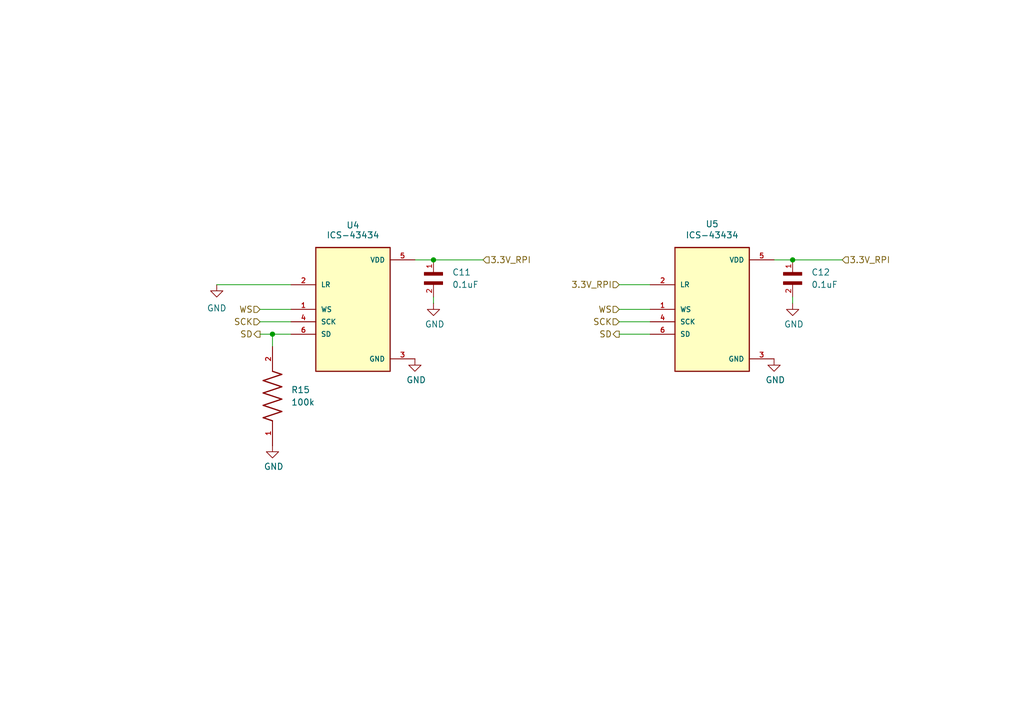
<source format=kicad_sch>
(kicad_sch (version 20250114) (generator "eeschema") (generator_version "9.0")
  (paper "A5")
  (title_block (title "Micrófonos"))
  (lib_symbols
    (symbol "0603WAJ0104T5E:0603WAJ0104T5E" (pin_names (offset 1.016))
      (property "Reference" "R" (at -5.08 2.54 0))
      (property "Value" "0603WAJ0104T5E" (at -5.08 -3.81 0))
      (symbol "0603WAJ0104T5E_0_0"
        (polyline (pts (xy -5.08 0) (xy -4.445 1.905)) (stroke (width 0.254)))
        (polyline (pts (xy -4.445 1.905) (xy -3.175 -1.905)) (stroke (width 0.254)))
        (polyline (pts (xy -3.175 -1.905) (xy -1.905 1.905)) (stroke (width 0.254)))
        (polyline (pts (xy -1.905 1.905) (xy -0.635 -1.905)) (stroke (width 0.254)))
        (polyline (pts (xy -0.635 -1.905) (xy 0.635 1.905)) (stroke (width 0.254)))
        (polyline (pts (xy 0.635 1.905) (xy 1.905 -1.905)) (stroke (width 0.254)))
        (polyline (pts (xy 1.905 -1.905) (xy 3.175 1.905)) (stroke (width 0.254)))
        (polyline (pts (xy 3.175 1.905) (xy 4.445 -1.905)) (stroke (width 0.254)))
        (polyline (pts (xy 4.445 -1.905) (xy 5.08 0)) (stroke (width 0.254)))
        (pin passive line (at -10.16 0 0) (length 5.08) (name "~") (number "1"))
        (pin passive line (at 10.16 0 180) (length 5.08) (name "~") (number "2"))
      )
    )
    (symbol "CL05B104KO5NNNC:CL05B104KO5NNNC" (pin_names (offset 1.016))
      (property "Reference" "C" (at 0 3.8109 0))
      (property "Value" "CL05B104KO5NNNC" (at 0 -5.0885 0))
      (symbol "CL05B104KO5NNNC_0_0"
        (rectangle (start 0 -1.9069) (end 0.635 1.905) (stroke (width 0.1)) (fill (type outline)))
        (rectangle (start 1.9069 -1.9069) (end 2.54 1.905) (stroke (width 0.1)) (fill (type outline)))
        (pin passive line (at -2.54 0 0) (length 2.54) (name "~") (number "1"))
        (pin passive line (at 5.08 0 180) (length 2.54) (name "~") (number "2"))
      )
    )
    (symbol "ICS-43434:ICS-43434" (pin_names (offset 1.016))
      (property "Reference" "MK" (at -7.6616 12.7693 0))
      (property "Value" "ICS-43434" (at -7.6751 -15.3501 0))
      (symbol "ICS-43434_0_0"
        (rectangle (start -7.62 -12.7) (end 7.62 12.7) (stroke (width 0.254)) (fill (type background)))
        (pin input line (at -12.7 5.08 0) (length 5.08) (name "LR") (number "2"))
        (pin input line (at -12.7 0 0) (length 5.08) (name "WS") (number "1"))
        (pin input line (at -12.7 -2.54 0) (length 5.08) (name "SCK") (number "4"))
        (pin output line (at -12.7 -5.08 0) (length 5.08) (name "SD") (number "6"))
        (pin power_in line (at 12.7 10.16 180) (length 5.08) (name "VDD") (number "5"))
        (pin power_in line (at 12.7 -10.16 180) (length 5.08) (name "GND") (number "3"))
      )
    )
    (symbol "ICS-43434_1" (pin_names (offset 1.016))
      (property "Reference" "MK" (at -7.6616 12.7693 0))
      (property "Value" "ICS-43434" (at -7.6751 -15.3501 0))
      (symbol "ICS-43434_1_0_0"
        (rectangle (start -7.62 -12.7) (end 7.62 12.7) (stroke (width 0.254)) (fill (type background)))
        (pin input line (at -12.7 5.08 0) (length 5.08) (name "LR") (number "2"))
        (pin input line (at -12.7 0 0) (length 5.08) (name "WS") (number "1"))
        (pin input line (at -12.7 -2.54 0) (length 5.08) (name "SCK") (number "4"))
        (pin output line (at -12.7 -5.08 0) (length 5.08) (name "SD") (number "6"))
        (pin power_in line (at 12.7 10.16 180) (length 5.08) (name "VDD") (number "5"))
        (pin power_in line (at 12.7 -10.16 180) (length 5.08) (name "GND") (number "3"))
      )
    )
    (symbol "power:GND" (power) (pin_numbers (hide yes)) (pin_names (offset 0) (hide yes))
      (property "Value" "GND" (at 0 -3.81 0))
      (symbol "GND_0_1"
        (polyline (pts (xy 0 0) (xy 0 -1.27) (xy 1.27 -1.27) (xy 0 -2.54) (xy -1.27 -1.27) (xy 0 -1.27)))
      )
      (symbol "GND_1_1"
        (pin power_in line (at 0 0 270) (length 0) (name "~") (number "1"))
      )
    )
  )
  (junction (at 162.56 53.34))
  (junction (at 88.9 53.34))
  (junction (at 55.88 68.58))
  (wire (pts (xy 53.34 68.58) (xy 55.88 68.58)))
  (wire (pts (xy 53.34 66.04) (xy 59.69 66.04)))
  (wire (pts (xy 127 63.5) (xy 133.35 63.5)))
  (wire (pts (xy 88.9 60.96) (xy 88.9 62.23)))
  (wire (pts (xy 127 58.42) (xy 133.35 58.42)))
  (wire (pts (xy 55.88 68.58) (xy 59.69 68.58)))
  (wire (pts (xy 53.34 63.5) (xy 59.69 63.5)))
  (wire (pts (xy 55.88 68.58) (xy 55.88 71.12)))
  (wire (pts (xy 88.9 53.34) (xy 85.09 53.34)))
  (wire (pts (xy 172.72 53.34) (xy 162.56 53.34)))
  (wire (pts (xy 44.45 58.42) (xy 59.69 58.42)))
  (wire (pts (xy 127 66.04) (xy 133.35 66.04)))
  (wire (pts (xy 127 68.58) (xy 133.35 68.58)))
  (wire (pts (xy 162.56 53.34) (xy 158.75 53.34)))
  (wire (pts (xy 99.06 53.34) (xy 88.9 53.34)))
  (wire (pts (xy 162.56 60.96) (xy 162.56 62.23)))
  (hierarchical_label "SCK" (shape input) (at 127 66.04 180))
  (hierarchical_label "3.3V_RPI" (shape input) (at 127 58.42 180))
  (hierarchical_label "3.3V_RPI" (shape input) (at 172.72 53.34 0))
  (hierarchical_label "3.3V_RPI" (shape input) (at 99.06 53.34 0))
  (hierarchical_label "SD" (shape output) (at 53.34 68.58 180))
  (hierarchical_label "SD" (shape output) (at 127 68.58 180))
  (hierarchical_label "WS" (shape input) (at 127 63.5 180))
  (hierarchical_label "SCK" (shape input) (at 53.34 66.04 180))
  (hierarchical_label "WS" (shape input) (at 53.34 63.5 180))
  (symbol (lib_id "power:GND") (at 44.45 58.42 0) (unit 1)
    (property "Reference" "#PWR09" (effects (hide yes)))
    (property "Value" "GND" (at 44.45 63.246 0))
    (property "Description" "Power symbol creates a global label with name \"GND\" , ground" (effects (hide yes)))
  )
  (symbol (lib_id "power:GND") (at 162.56 62.23 0) (unit 1)
    (property "Reference" "#PWR039" (effects (hide yes)))
    (property "Value" "GND" (at 162.814 66.548 0))
    (property "Description" "Power symbol creates a global label with name \"GND\" , ground" (effects (hide yes)))
  )
  (symbol (lib_id "power:GND") (at 85.09 73.66 0) (unit 1)
    (property "Reference" "#PWR01" (effects (hide yes)))
    (property "Value" "GND" (at 85.344 77.978 0))
    (property "Description" "Power symbol creates a global label with name \"GND\" , ground" (effects (hide yes)))
  )
  (symbol (lib_id "power:GND") (at 158.75 73.66 0) (unit 1)
    (property "Reference" "#PWR011" (effects (hide yes)))
    (property "Value" "GND" (at 159.004 77.978 0))
    (property "Description" "Power symbol creates a global label with name \"GND\" , ground" (effects (hide yes)))
  )
  (symbol (lib_id "ICS-43434:ICS-43434") (at 146.05 63.5 0) (unit 1)
    (property "Reference" "U5" (at 146.05 45.974 0))
    (property "Value" "ICS-43434" (at 146.05 48.26 0))
    (property "Footprint" "ICS-43434:MIC_ICS-43434" (effects (hide yes)))
    (property "MF" "TDK InvenSense" (effects (hide yes)))
    (property "DESCRIPTION" "Multi-Mode Microphone with I2S Digital Output" (effects (hide yes)))
    (property "PACKAGE" "LGA-6 TDK-InvenSense" (effects (hide yes)))
    (property "PRICE" "2.43 USD" (effects (hide yes)))
    (property "Package" "Custom Package TDK InvenSense" (effects (hide yes)))
    (property "Check_prices" "https://www.snapeda.com/parts/ICS-43434/TDK/view-part/?ref=eda" (effects (hide yes)))
    (property "Price" "None" (effects (hide yes)))
    (property "SnapEDA_Link" "https://www.snapeda.com/parts/ICS-43434/TDK/view-part/?ref=snap" (effects (hide yes)))
    (property "MP" "ICS-43434" (effects (hide yes)))
    (property "Availability" "In Stock" (effects (hide yes)))
    (property "AVAILABILITY" "Bad" (effects (hide yes)))
    (property "Description_1" "60 Hz ~ 20 kHz Digital, I2S Microphone MEMS (Silicon) 1.65 V ~ 3.63 V Omnidirectional (-26 ±1dB @ 94dB SPL) Solder Pads" (effects (hide yes)))
  )
  (symbol (lib_id "power:GND") (at 88.9 62.23 0) (unit 1)
    (property "Reference" "#PWR06" (effects (hide yes)))
    (property "Value" "GND" (at 89.154 66.548 0))
    (property "Description" "Power symbol creates a global label with name \"GND\" , ground" (effects (hide yes)))
  )
  (symbol (lib_name "ICS-43434_1") (lib_id "ICS-43434:ICS-43434") (at 72.39 63.5 0) (unit 1)
    (property "Reference" "U4" (at 72.39 46.228 0))
    (property "Value" "ICS-43434" (at 72.39 48.26 0))
    (property "Footprint" "ICS-43434:MIC_ICS-43434" (effects (hide yes)))
    (property "MF" "TDK InvenSense" (effects (hide yes)))
    (property "DESCRIPTION" "Multi-Mode Microphone with I2S Digital Output" (effects (hide yes)))
    (property "PACKAGE" "LGA-6 TDK-InvenSense" (effects (hide yes)))
    (property "PRICE" "2.43 USD" (effects (hide yes)))
    (property "Package" "Custom Package TDK InvenSense" (effects (hide yes)))
    (property "Check_prices" "https://www.snapeda.com/parts/ICS-43434/TDK/view-part/?ref=eda" (effects (hide yes)))
    (property "Price" "None" (effects (hide yes)))
    (property "SnapEDA_Link" "https://www.snapeda.com/parts/ICS-43434/TDK/view-part/?ref=snap" (effects (hide yes)))
    (property "MP" "ICS-43434" (effects (hide yes)))
    (property "Availability" "In Stock" (effects (hide yes)))
    (property "AVAILABILITY" "Bad" (effects (hide yes)))
    (property "Description_1" "60 Hz ~ 20 kHz Digital, I2S Microphone MEMS (Silicon) 1.65 V ~ 3.63 V Omnidirectional (-26 ±1dB @ 94dB SPL) Solder Pads" (effects (hide yes)))
  )
  (symbol (lib_id "0603WAJ0104T5E:0603WAJ0104T5E") (at 55.88 81.28 90) (unit 1)
    (property "Reference" "R15" (at 59.69 80.0099 90) (effects (justify right)))
    (property "Value" "100k" (at 59.69 82.5499 90) (effects (justify right)))
    (property "Footprint" "0603WAJ0104T5E:RESC1608X55N" (effects (hide yes)))
    (property "MF" "Uni-Royal" (effects (hide yes)))
    (property "MAXIMUM_PACKAGE_HEIGHT" "0.55mm" (effects (hide yes)))
    (property "Package" "None" (effects (hide yes)))
    (property "Price" "None" (effects (hide yes)))
    (property "Check_prices" "https://www.snapeda.com/parts/0603WAJ0104T5E/Uni-Royal/view-part/?ref=eda" (effects (hide yes)))
    (property "STANDARD" "IPC-7351B" (effects (hide yes)))
    (property "PARTREV" "V3" (effects (hide yes)))
    (property "SnapEDA_Link" "https://www.snapeda.com/parts/0603WAJ0104T5E/Uni-Royal/view-part/?ref=snap" (effects (hide yes)))
    (property "MP" "0603WAJ0104T5E" (effects (hide yes)))
    (property "Description_1" "100K Ohm 1/10W Thick Film Resistor 0603 Chip - Surface Mount" (effects (hide yes)))
    (property "Availability" "Not in stock" (effects (hide yes)))
    (property "MANUFACTURER" "Uni-Royal" (effects (hide yes)))
  )
  (symbol (lib_id "power:GND") (at 55.88 91.44 0) (unit 1)
    (property "Reference" "#PWR02" (effects (hide yes)))
    (property "Value" "GND" (at 56.134 95.758 0))
    (property "Description" "Power symbol creates a global label with name \"GND\" , ground" (effects (hide yes)))
  )
  (symbol (lib_id "CL05B104KO5NNNC:CL05B104KO5NNNC") (at 88.9 55.88 270) (unit 1)
    (property "Reference" "C11" (at 92.71 55.8799 90) (effects (justify left)))
    (property "Value" "0.1uF" (at 92.71 58.4199 90) (effects (justify left)))
    (property "Footprint" "CL05B104KO5NNNC:CAPC1005X55N" (effects (hide yes)))
    (property "L1_min" "0.15" (effects (hide yes)))
    (property "Check_prices" "https://www.snapeda.com/parts/CL05B104KO5NNNC/Samsung/view-part/?ref=eda" (effects (hide yes)))
    (property "Package" "SMD-2 Samsung" (effects (hide yes)))
    (property "SnapEDA_Link" "https://www.snapeda.com/parts/CL05B104KO5NNNC/Samsung/view-part/?ref=snap" (effects (hide yes)))
    (property "STANDARD" "IPC 7351B" (effects (hide yes)))
    (property "E_min" "0.45" (effects (hide yes)))
    (property "MF" "Samsung" (effects (hide yes)))
    (property "D_min" "0.95" (effects (hide yes)))
    (property "D_nom" "1.0" (effects (hide yes)))
    (property "L_min" "0.15" (effects (hide yes)))
    (property "E_max" "0.55" (effects (hide yes)))
    (property "L_max" "0.35" (effects (hide yes)))
    (property "A_max" "0.55" (effects (hide yes)))
    (property "L1_nom" "0.25" (effects (hide yes)))
    (property "Description_1" "0.1 µF ±10% 16V Ceramic Capacitor X7R 0402 (1005 Metric)" (effects (hide yes)))
    (property "D_max" "1.05" (effects (hide yes)))
    (property "A_nom" "0.55" (effects (hide yes)))
    (property "L1_max" "0.35" (effects (hide yes)))
    (property "A_min" "0.55" (effects (hide yes)))
    (property "Availability" "In Stock" (effects (hide yes)))
    (property "MP" "CL05B104KO5NNNC" (effects (hide yes)))
    (property "E_nom" "0.5" (effects (hide yes)))
    (property "MANUFACTURER" "Samsung Electro-Mechanics" (effects (hide yes)))
    (property "Price" "None" (effects (hide yes)))
    (property "L_nom" "0.25" (effects (hide yes)))
  )
  (symbol (lib_id "CL05B104KO5NNNC:CL05B104KO5NNNC") (at 162.56 55.88 270) (unit 1)
    (property "Reference" "C12" (at 166.37 55.8799 90) (effects (justify left)))
    (property "Value" "0.1uF" (at 166.37 58.4199 90) (effects (justify left)))
    (property "Footprint" "CL05B104KO5NNNC:CAPC1005X55N" (effects (hide yes)))
    (property "L1_min" "0.15" (effects (hide yes)))
    (property "Check_prices" "https://www.snapeda.com/parts/CL05B104KO5NNNC/Samsung/view-part/?ref=eda" (effects (hide yes)))
    (property "Package" "SMD-2 Samsung" (effects (hide yes)))
    (property "SnapEDA_Link" "https://www.snapeda.com/parts/CL05B104KO5NNNC/Samsung/view-part/?ref=snap" (effects (hide yes)))
    (property "STANDARD" "IPC 7351B" (effects (hide yes)))
    (property "E_min" "0.45" (effects (hide yes)))
    (property "MF" "Samsung" (effects (hide yes)))
    (property "D_min" "0.95" (effects (hide yes)))
    (property "D_nom" "1.0" (effects (hide yes)))
    (property "L_min" "0.15" (effects (hide yes)))
    (property "E_max" "0.55" (effects (hide yes)))
    (property "L_max" "0.35" (effects (hide yes)))
    (property "A_max" "0.55" (effects (hide yes)))
    (property "L1_nom" "0.25" (effects (hide yes)))
    (property "Description_1" "0.1 µF ±10% 16V Ceramic Capacitor X7R 0402 (1005 Metric)" (effects (hide yes)))
    (property "D_max" "1.05" (effects (hide yes)))
    (property "A_nom" "0.55" (effects (hide yes)))
    (property "L1_max" "0.35" (effects (hide yes)))
    (property "A_min" "0.55" (effects (hide yes)))
    (property "Availability" "In Stock" (effects (hide yes)))
    (property "MP" "CL05B104KO5NNNC" (effects (hide yes)))
    (property "E_nom" "0.5" (effects (hide yes)))
    (property "MANUFACTURER" "Samsung Electro-Mechanics" (effects (hide yes)))
    (property "Price" "None" (effects (hide yes)))
    (property "L_nom" "0.25" (effects (hide yes)))
  )
)
</source>
